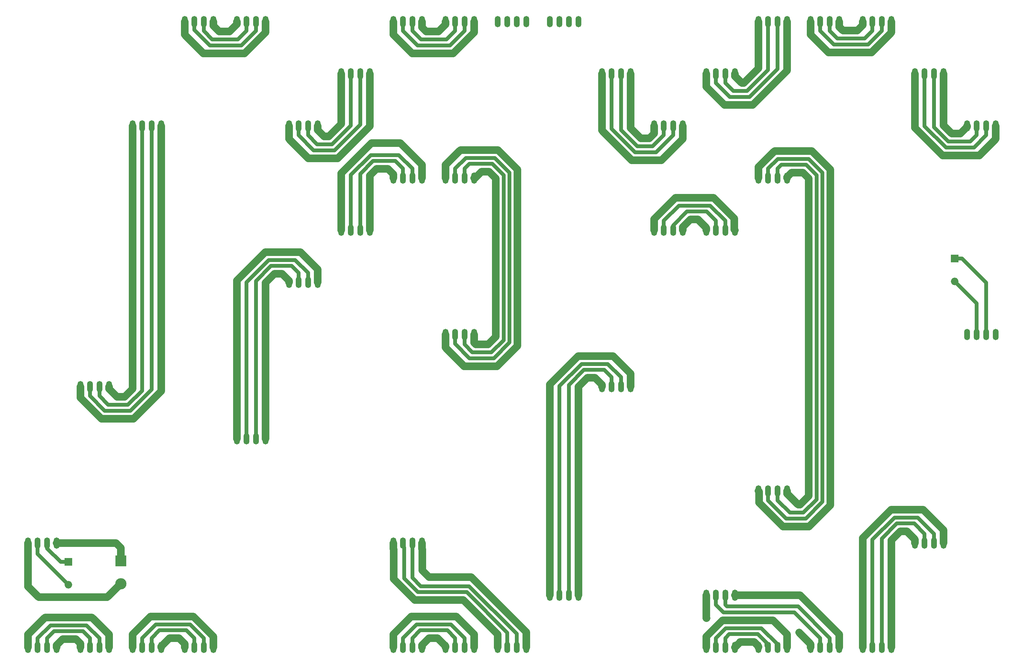
<source format=gbr>
G04 #@! TF.FileFunction,Copper,L2,Bot,Signal*
%FSLAX46Y46*%
G04 Gerber Fmt 4.6, Leading zero omitted, Abs format (unit mm)*
G04 Created by KiCad (PCBNEW 4.0.6) date Mon Jul 10 19:19:38 2017*
%MOMM*%
%LPD*%
G01*
G04 APERTURE LIST*
%ADD10C,0.100000*%
%ADD11O,1.524000X3.000000*%
%ADD12R,2.000000X2.000000*%
%ADD13O,2.000000X2.000000*%
%ADD14R,3.000000X3.000000*%
%ADD15O,3.000000X3.000000*%
%ADD16C,0.600000*%
%ADD17C,2.000000*%
%ADD18C,1.000000*%
G04 APERTURE END LIST*
D10*
D11*
X27918700Y-158820400D03*
X25378700Y-158820400D03*
X22838700Y-158820400D03*
X20298700Y-158820400D03*
X27918700Y-186598200D03*
X25378700Y-186598200D03*
X22838700Y-186598200D03*
X20298700Y-186598200D03*
X34187600Y-186598200D03*
X36727600Y-186598200D03*
X39267600Y-186598200D03*
X41807600Y-186598200D03*
X34187600Y-117153800D03*
X36727600Y-117153800D03*
X39267600Y-117153800D03*
X41807600Y-117153800D03*
X55696400Y-47709400D03*
X53156400Y-47709400D03*
X50616400Y-47709400D03*
X48076400Y-47709400D03*
X55696400Y-186598200D03*
X53156400Y-186598200D03*
X50616400Y-186598200D03*
X48076400Y-186598200D03*
X61965300Y-186598200D03*
X64505300Y-186598200D03*
X67045300Y-186598200D03*
X69585300Y-186598200D03*
X61965300Y-19931600D03*
X64505300Y-19931600D03*
X67045300Y-19931600D03*
X69585300Y-19931600D03*
X83474200Y-19931500D03*
X80934200Y-19931500D03*
X78394200Y-19931500D03*
X75854200Y-19931500D03*
X83474200Y-131042700D03*
X80934200Y-131042700D03*
X78394200Y-131042700D03*
X75854200Y-131042700D03*
X89743100Y-89376000D03*
X92283100Y-89376000D03*
X94823100Y-89376000D03*
X97363100Y-89376000D03*
X89743100Y-47709400D03*
X92283100Y-47709400D03*
X94823100Y-47709400D03*
X97363100Y-47709400D03*
X111252000Y-33820500D03*
X108712000Y-33820500D03*
X106172000Y-33820500D03*
X103632000Y-33820500D03*
X111252000Y-75487100D03*
X108712000Y-75487100D03*
X106172000Y-75487100D03*
X103632000Y-75487100D03*
X117520900Y-61598200D03*
X120060900Y-61598200D03*
X122600900Y-61598200D03*
X125140900Y-61598200D03*
X117520900Y-19931600D03*
X120060900Y-19931600D03*
X122600900Y-19931600D03*
X125140900Y-19931600D03*
X117520900Y-186598200D03*
X120060900Y-186598200D03*
X122600900Y-186598200D03*
X125140900Y-186598200D03*
X117520900Y-158820400D03*
X120060900Y-158820400D03*
X122600900Y-158820400D03*
X125140900Y-158820400D03*
X139029800Y-19931600D03*
X136489800Y-19931600D03*
X133949800Y-19931600D03*
X131409800Y-19931600D03*
X139029800Y-61598200D03*
X136489800Y-61598200D03*
X133949800Y-61598200D03*
X131409800Y-61598200D03*
X139029800Y-103264900D03*
X136489800Y-103264900D03*
X133949800Y-103264900D03*
X131409800Y-103264900D03*
X139029800Y-186598300D03*
X136489800Y-186598300D03*
X133949800Y-186598300D03*
X131409800Y-186598300D03*
X145298700Y-186598200D03*
X147838700Y-186598200D03*
X150378700Y-186598200D03*
X152918700Y-186598200D03*
X145298700Y-19931600D03*
X147838700Y-19931600D03*
X150378700Y-19931600D03*
X152918700Y-19931600D03*
X166807600Y-19931500D03*
X164267600Y-19931500D03*
X161727600Y-19931500D03*
X159187600Y-19931500D03*
X166807600Y-172709300D03*
X164267600Y-172709300D03*
X161727600Y-172709300D03*
X159187600Y-172709300D03*
X173076400Y-117153800D03*
X175616400Y-117153800D03*
X178156400Y-117153800D03*
X180696400Y-117153800D03*
X173076400Y-33820400D03*
X175616400Y-33820400D03*
X178156400Y-33820400D03*
X180696400Y-33820400D03*
X194585300Y-47709300D03*
X192045300Y-47709300D03*
X189505300Y-47709300D03*
X186965300Y-47709300D03*
X194585300Y-75487100D03*
X192045300Y-75487100D03*
X189505300Y-75487100D03*
X186965300Y-75487100D03*
X200854200Y-75487100D03*
X203394200Y-75487100D03*
X205934200Y-75487100D03*
X208474200Y-75487100D03*
X200854200Y-33820500D03*
X203394200Y-33820500D03*
X205934200Y-33820500D03*
X208474200Y-33820500D03*
X200854200Y-186598200D03*
X203394200Y-186598200D03*
X205934200Y-186598200D03*
X208474200Y-186598200D03*
X200854200Y-172709400D03*
X203394200Y-172709400D03*
X205934200Y-172709400D03*
X208474200Y-172709400D03*
X222363100Y-19931600D03*
X219823100Y-19931600D03*
X217283100Y-19931600D03*
X214743100Y-19931600D03*
X222363100Y-61598200D03*
X219823100Y-61598200D03*
X217283100Y-61598200D03*
X214743100Y-61598200D03*
X222363100Y-144931600D03*
X219823100Y-144931600D03*
X217283100Y-144931600D03*
X214743100Y-144931600D03*
X222363100Y-186598200D03*
X219823100Y-186598200D03*
X217283100Y-186598200D03*
X214743100Y-186598200D03*
X228632000Y-186598200D03*
X231172000Y-186598200D03*
X233712000Y-186598200D03*
X236252000Y-186598200D03*
X228632000Y-19931600D03*
X231172000Y-19931600D03*
X233712000Y-19931600D03*
X236252000Y-19931600D03*
X250140900Y-19931600D03*
X247600900Y-19931600D03*
X245060900Y-19931600D03*
X242520900Y-19931600D03*
X250140900Y-186598200D03*
X247600900Y-186598200D03*
X245060900Y-186598200D03*
X242520900Y-186598200D03*
X256409800Y-158820400D03*
X258949800Y-158820400D03*
X261489800Y-158820400D03*
X264029800Y-158820400D03*
X256409800Y-33820400D03*
X258949800Y-33820400D03*
X261489800Y-33820400D03*
X264029800Y-33820400D03*
X277918700Y-47709300D03*
X275378700Y-47709300D03*
X272838700Y-47709300D03*
X270298700Y-47709300D03*
X277918700Y-103264900D03*
X275378700Y-103264900D03*
X272838700Y-103264900D03*
X270298700Y-103264900D03*
D12*
X266954000Y-83058000D03*
D13*
X266954000Y-89090000D03*
D12*
X30988000Y-163830000D03*
D13*
X30988000Y-169862000D03*
D14*
X44958000Y-163576000D03*
D15*
X44958000Y-169608000D03*
D16*
X225552000Y-182626000D03*
X200914000Y-178816000D03*
D17*
X23114000Y-173228000D02*
X41338000Y-173228000D01*
X41338000Y-173228000D02*
X44958000Y-169608000D01*
X20298700Y-158820400D02*
X20298700Y-170412700D01*
X20298700Y-170412700D02*
X23114000Y-173228000D01*
X27918700Y-158820400D02*
X43702400Y-158820400D01*
X44958000Y-160076000D02*
X44958000Y-163576000D01*
X43702400Y-158820400D02*
X44958000Y-160076000D01*
X33020000Y-184404000D02*
X34187600Y-185571600D01*
X34187600Y-185571600D02*
X34187600Y-186598200D01*
X29464000Y-184404000D02*
X33020000Y-184404000D01*
X27918700Y-185949300D02*
X29464000Y-184404000D01*
X27918700Y-186598200D02*
X27918700Y-185949300D01*
D18*
X25378700Y-186598200D02*
X25378700Y-184098200D01*
X25378700Y-184098200D02*
X27172910Y-182303990D01*
X27172910Y-182303990D02*
X34933390Y-182303990D01*
X34933390Y-182303990D02*
X36727600Y-184098200D01*
X36727600Y-184098200D02*
X36727600Y-186598200D01*
X39267600Y-186598200D02*
X39267600Y-184098200D01*
X26232920Y-180703980D02*
X22838700Y-184098200D01*
X39267600Y-184098200D02*
X35873380Y-180703980D01*
X35873380Y-180703980D02*
X26232920Y-180703980D01*
X22838700Y-184098200D02*
X22838700Y-186598200D01*
D17*
X20298700Y-186598200D02*
X20298700Y-183098200D01*
X20298700Y-183098200D02*
X24792929Y-178603971D01*
X24792929Y-178603971D02*
X37313371Y-178603971D01*
X37313371Y-178603971D02*
X41807600Y-183098200D01*
X41807600Y-183098200D02*
X41807600Y-186598200D01*
X34187600Y-117153800D02*
X34187600Y-120083662D01*
X39791966Y-125688028D02*
X48376450Y-125688027D01*
X34187600Y-120083662D02*
X39791966Y-125688028D01*
X48376450Y-125688027D02*
X55696400Y-118368077D01*
X55696400Y-118368077D02*
X55696400Y-51209400D01*
X55696400Y-51209400D02*
X55696400Y-47709400D01*
D18*
X53156400Y-47709400D02*
X53156400Y-117938216D01*
X53156400Y-117938216D02*
X47506597Y-123588018D01*
X47506597Y-123588018D02*
X40661818Y-123588018D01*
X40661818Y-123588018D02*
X36727600Y-119653800D01*
X36727600Y-119653800D02*
X36727600Y-117153800D01*
X39267600Y-117153800D02*
X39267600Y-119653800D01*
X50616400Y-50209400D02*
X50616400Y-47709400D01*
X39267600Y-119653800D02*
X41601810Y-121988010D01*
X41601810Y-121988010D02*
X46843853Y-121988009D01*
X50616400Y-118215462D02*
X50616400Y-50209400D01*
X46843853Y-121988009D02*
X50616400Y-118215462D01*
D17*
X45974000Y-119888000D02*
X48076400Y-117785600D01*
X48076400Y-117785600D02*
X48076400Y-47709400D01*
X43942000Y-119888000D02*
X45974000Y-119888000D01*
X41807600Y-117753600D02*
X43942000Y-119888000D01*
X41807600Y-117153800D02*
X41807600Y-117753600D01*
X60452000Y-184150000D02*
X61965300Y-185663300D01*
X61965300Y-185663300D02*
X61965300Y-186598200D01*
X57912000Y-184150000D02*
X60452000Y-184150000D01*
X55696400Y-186365600D02*
X57912000Y-184150000D01*
X55696400Y-186598200D02*
X55696400Y-186365600D01*
D18*
X64505300Y-186598200D02*
X64505300Y-184098200D01*
X64505300Y-184098200D02*
X62457090Y-182049990D01*
X62457090Y-182049990D02*
X55204610Y-182049990D01*
X55204610Y-182049990D02*
X53156400Y-184098200D01*
X53156400Y-184098200D02*
X53156400Y-186598200D01*
X50616400Y-186598200D02*
X50616400Y-184098200D01*
X50616400Y-184098200D02*
X54264620Y-180449980D01*
X54264620Y-180449980D02*
X63397080Y-180449980D01*
X63397080Y-180449980D02*
X67045300Y-184098200D01*
X67045300Y-184098200D02*
X67045300Y-186598200D01*
D17*
X69585300Y-186598200D02*
X69585300Y-183668338D01*
X69585300Y-183668338D02*
X64266933Y-178349971D01*
X64266933Y-178349971D02*
X52824629Y-178349971D01*
X52824629Y-178349971D02*
X48076400Y-183098200D01*
X48076400Y-183098200D02*
X48076400Y-186598200D01*
X83474200Y-19931500D02*
X83474200Y-22861362D01*
X83474200Y-22861362D02*
X77929533Y-28406029D01*
X77929533Y-28406029D02*
X66939729Y-28406029D01*
X66939729Y-28406029D02*
X61965300Y-23431600D01*
X61965300Y-23431600D02*
X61965300Y-19931600D01*
D18*
X64505300Y-19931600D02*
X64505300Y-22154355D01*
X64505300Y-22154355D02*
X68656965Y-26306020D01*
X68656965Y-26306020D02*
X77059680Y-26306020D01*
X77059680Y-26306020D02*
X80934200Y-22431500D01*
X80934200Y-22431500D02*
X80934200Y-19931500D01*
X78394200Y-19931500D02*
X78394200Y-22431500D01*
X78394200Y-22431500D02*
X76119690Y-24706010D01*
X76119690Y-24706010D02*
X69319710Y-24706010D01*
X69319710Y-24706010D02*
X67045300Y-22431600D01*
X67045300Y-22431600D02*
X67045300Y-19931600D01*
D17*
X73914000Y-22606000D02*
X75854200Y-20665800D01*
X75854200Y-20665800D02*
X75854200Y-19931500D01*
X71120000Y-22606000D02*
X73914000Y-22606000D01*
X69585300Y-21071300D02*
X71120000Y-22606000D01*
X69585300Y-19931600D02*
X69585300Y-21071300D01*
X85852000Y-87122000D02*
X83474200Y-89499800D01*
X83474200Y-89499800D02*
X83474200Y-131042700D01*
X87884000Y-87122000D02*
X85852000Y-87122000D01*
X89743100Y-88981100D02*
X87884000Y-87122000D01*
X89743100Y-89376000D02*
X89743100Y-88981100D01*
D18*
X80934200Y-131042700D02*
X80934200Y-89069938D01*
X80934200Y-89069938D02*
X84982148Y-85021990D01*
X84982148Y-85021990D02*
X90429090Y-85021990D01*
X90429090Y-85021990D02*
X92283100Y-86876000D01*
X92283100Y-86876000D02*
X92283100Y-89376000D01*
X94823100Y-89376000D02*
X94823100Y-86876000D01*
X94823100Y-86876000D02*
X91369080Y-83421980D01*
X78394200Y-128542700D02*
X78394200Y-131042700D01*
X91369080Y-83421980D02*
X84319403Y-83421980D01*
X84319403Y-83421980D02*
X78394200Y-89347183D01*
X78394200Y-89347183D02*
X78394200Y-128542700D01*
D17*
X75854200Y-131042700D02*
X75854200Y-88917321D01*
X75854200Y-88917321D02*
X83449550Y-81321971D01*
X83449550Y-81321971D02*
X92809071Y-81321971D01*
X97363100Y-85876000D02*
X97363100Y-89376000D01*
X92809071Y-81321971D02*
X97363100Y-85876000D01*
X111252000Y-33820500D02*
X111252000Y-47826479D01*
X111252000Y-47826479D02*
X102732450Y-56346029D01*
X102732450Y-56346029D02*
X94879729Y-56346029D01*
X94879729Y-56346029D02*
X89743100Y-51209400D01*
X89743100Y-51209400D02*
X89743100Y-47709400D01*
D18*
X92283100Y-47709400D02*
X92283100Y-50209400D01*
X96319720Y-54246020D02*
X101862597Y-54246020D01*
X92283100Y-50209400D02*
X96319720Y-54246020D01*
X101862597Y-54246020D02*
X108712000Y-47396617D01*
X108712000Y-47396617D02*
X108712000Y-36320500D01*
X108712000Y-36320500D02*
X108712000Y-33820500D01*
X106172000Y-33820500D02*
X106172000Y-47673862D01*
X97259710Y-52646010D02*
X94823100Y-50209400D01*
X106172000Y-47673862D02*
X101199852Y-52646010D01*
X94823100Y-50209400D02*
X94823100Y-47709400D01*
X101199852Y-52646010D02*
X97259710Y-52646010D01*
D17*
X100330000Y-50546000D02*
X103632000Y-47244000D01*
X103632000Y-47244000D02*
X103632000Y-33820500D01*
X99060000Y-50546000D02*
X100330000Y-50546000D01*
X97363100Y-48849100D02*
X99060000Y-50546000D01*
X97363100Y-47709400D02*
X97363100Y-48849100D01*
X116078000Y-59182000D02*
X117520900Y-60624900D01*
X117520900Y-60624900D02*
X117520900Y-61598200D01*
X113030000Y-59182000D02*
X116078000Y-59182000D01*
X111252000Y-60960000D02*
X113030000Y-59182000D01*
X111252000Y-75487100D02*
X111252000Y-60960000D01*
D18*
X120060900Y-61598200D02*
X120060900Y-59098200D01*
X118044690Y-57081990D02*
X112160147Y-57081991D01*
X112160147Y-57081991D02*
X108712000Y-60530138D01*
X120060900Y-59098200D02*
X118044690Y-57081990D01*
X108712000Y-60530138D02*
X108712000Y-72987100D01*
X108712000Y-72987100D02*
X108712000Y-75487100D01*
X106172000Y-75487100D02*
X106172000Y-60807384D01*
X106172000Y-60807384D02*
X111497403Y-55481982D01*
X118984682Y-55481982D02*
X122600900Y-59098200D01*
X111497403Y-55481982D02*
X118984682Y-55481982D01*
X122600900Y-59098200D02*
X122600900Y-61598200D01*
D17*
X125140900Y-61598200D02*
X125140900Y-58098200D01*
X125140900Y-58098200D02*
X119366700Y-52324000D01*
X119366700Y-52324000D02*
X111685522Y-52324000D01*
X111685522Y-52324000D02*
X103632000Y-60377522D01*
X103632000Y-60377522D02*
X103632000Y-71987100D01*
X103632000Y-71987100D02*
X103632000Y-75487100D01*
X139029800Y-19931600D02*
X139029800Y-22861462D01*
X139029800Y-22861462D02*
X133485233Y-28406029D01*
X133485233Y-28406029D02*
X122495329Y-28406029D01*
X122495329Y-28406029D02*
X117520900Y-23431600D01*
X117520900Y-23431600D02*
X117520900Y-19931600D01*
D18*
X120060900Y-19931600D02*
X120060900Y-22431600D01*
X120060900Y-22431600D02*
X123935320Y-26306020D01*
X123935320Y-26306020D02*
X132615380Y-26306020D01*
X132615380Y-26306020D02*
X136489800Y-22431600D01*
X136489800Y-22431600D02*
X136489800Y-19931600D01*
X133949800Y-19931600D02*
X133949800Y-22431600D01*
X133949800Y-22431600D02*
X131675390Y-24706010D01*
X131675390Y-24706010D02*
X124875310Y-24706010D01*
X124875310Y-24706010D02*
X122600900Y-22431600D01*
X122600900Y-22431600D02*
X122600900Y-19931600D01*
D17*
X129540000Y-22606000D02*
X131409800Y-20736200D01*
X131409800Y-20736200D02*
X131409800Y-19931600D01*
X126238000Y-22606000D02*
X129540000Y-22606000D01*
X125140900Y-21508900D02*
X126238000Y-22606000D01*
X125140900Y-19931600D02*
X125140900Y-21508900D01*
X139029800Y-186598300D02*
X139029800Y-183098300D01*
X117520900Y-183098200D02*
X117520900Y-186598200D01*
X139029800Y-183098300D02*
X134281471Y-178349971D01*
X134281471Y-178349971D02*
X122269129Y-178349971D01*
X122269129Y-178349971D02*
X117520900Y-183098200D01*
D18*
X120060900Y-186598200D02*
X120060900Y-184098200D01*
X120060900Y-184098200D02*
X123709120Y-180449980D01*
X123709120Y-180449980D02*
X132841480Y-180449980D01*
X132841480Y-180449980D02*
X136489800Y-184098300D01*
X136489800Y-184098300D02*
X136489800Y-186598300D01*
X122600900Y-186598200D02*
X122600900Y-184098200D01*
X122600900Y-184098200D02*
X124649110Y-182049990D01*
X124649110Y-182049990D02*
X131901490Y-182049990D01*
X131901490Y-182049990D02*
X133949800Y-184098300D01*
X133949800Y-184098300D02*
X133949800Y-186598300D01*
D17*
X127000000Y-184150000D02*
X125140900Y-186009100D01*
X125140900Y-186009100D02*
X125140900Y-186598200D01*
X129286000Y-184150000D02*
X127000000Y-184150000D01*
X131409800Y-186273800D02*
X129286000Y-184150000D01*
X131409800Y-186598300D02*
X131409800Y-186273800D01*
X123190000Y-173990000D02*
X136190500Y-173990000D01*
X136190500Y-173990000D02*
X145298700Y-183098200D01*
X145298700Y-183098200D02*
X145298700Y-186598200D01*
X117602000Y-168402000D02*
X123190000Y-173990000D01*
X117602000Y-160439886D02*
X117602000Y-168402000D01*
X117520900Y-158820400D02*
X117520900Y-160358786D01*
X117520900Y-160358786D02*
X117602000Y-160439886D01*
D18*
X120396000Y-168226138D02*
X124059852Y-171889990D01*
X124059852Y-171889990D02*
X137060353Y-171889991D01*
X137060353Y-171889991D02*
X147838700Y-182668338D01*
X147838700Y-182668338D02*
X147838700Y-184098200D01*
X147838700Y-184098200D02*
X147838700Y-186598200D01*
X120060900Y-158820400D02*
X120060900Y-159651679D01*
X120060900Y-159651679D02*
X120396000Y-159986779D01*
X120396000Y-159986779D02*
X120396000Y-168226138D01*
X122600900Y-168066900D02*
X124823981Y-170289981D01*
X150378700Y-184098200D02*
X150378700Y-186598200D01*
X124823981Y-170289981D02*
X137723099Y-170289983D01*
X150378700Y-182945584D02*
X150378700Y-184098200D01*
X137723099Y-170289983D02*
X150378700Y-182945584D01*
X122600900Y-158820400D02*
X122600900Y-168066900D01*
D17*
X127000000Y-167894000D02*
X138296978Y-167894000D01*
X138296978Y-167894000D02*
X152918700Y-182515722D01*
X152918700Y-182515722D02*
X152918700Y-183098200D01*
X152918700Y-183098200D02*
X152918700Y-186598200D01*
X125222000Y-160439886D02*
X125222000Y-166116000D01*
X125222000Y-166116000D02*
X127000000Y-167894000D01*
X125140900Y-158820400D02*
X125140900Y-160358786D01*
X125140900Y-160358786D02*
X125222000Y-160439886D01*
X139446000Y-105918000D02*
X139029800Y-105501800D01*
X139029800Y-105501800D02*
X139029800Y-103264900D01*
X142748000Y-105918000D02*
X139446000Y-105918000D01*
X144780000Y-103886000D02*
X142748000Y-105918000D01*
X144780000Y-61722000D02*
X144780000Y-103886000D01*
X143002000Y-59944000D02*
X144780000Y-61722000D01*
X140970000Y-59944000D02*
X143002000Y-59944000D01*
X139315800Y-61598200D02*
X140970000Y-59944000D01*
X139029800Y-61598200D02*
X139315800Y-61598200D01*
D18*
X136489800Y-61598200D02*
X136489800Y-59098200D01*
X143871853Y-57843991D02*
X146880010Y-60852148D01*
X136489800Y-59098200D02*
X137744010Y-57843990D01*
X137744010Y-57843990D02*
X143871853Y-57843991D01*
X146880010Y-60852148D02*
X146880009Y-104755853D01*
X136489800Y-105931662D02*
X136489800Y-105764900D01*
X146880009Y-104755853D02*
X143617852Y-108018010D01*
X138576147Y-108018009D02*
X136489800Y-105931662D01*
X143617852Y-108018010D02*
X138576147Y-108018009D01*
X136489800Y-105764900D02*
X136489800Y-103264900D01*
X133949800Y-103264900D02*
X133949800Y-105764900D01*
X133949800Y-105764900D02*
X137802919Y-109618019D01*
X148480018Y-60189402D02*
X144534597Y-56243982D01*
X137802919Y-109618019D02*
X144280598Y-109618018D01*
X144280598Y-109618018D02*
X148480018Y-105418597D01*
X148480018Y-105418597D02*
X148480018Y-60189402D01*
X144534597Y-56243982D02*
X136804018Y-56243982D01*
X136804018Y-56243982D02*
X133949800Y-59098200D01*
X133949800Y-59098200D02*
X133949800Y-61598200D01*
D17*
X131409800Y-61598200D02*
X131409800Y-58098200D01*
X131409800Y-58098200D02*
X135364027Y-54143973D01*
X135364027Y-54143973D02*
X145404450Y-54143973D01*
X145404450Y-54143973D02*
X150580028Y-59319550D01*
X150580028Y-59319550D02*
X150580027Y-106288450D01*
X131409800Y-106764900D02*
X131409800Y-103264900D01*
X150580027Y-106288450D02*
X145150447Y-111718028D01*
X145150447Y-111718028D02*
X136362928Y-111718028D01*
X136362928Y-111718028D02*
X131409800Y-106764900D01*
X169164000Y-114808000D02*
X166807600Y-117164400D01*
X166807600Y-117164400D02*
X166807600Y-172709300D01*
X171196000Y-114808000D02*
X169164000Y-114808000D01*
X173076400Y-116688400D02*
X171196000Y-114808000D01*
X173076400Y-117153800D02*
X173076400Y-116688400D01*
D18*
X164267600Y-172709300D02*
X164267600Y-116734538D01*
X164267600Y-116734538D02*
X168294148Y-112707990D01*
X175616400Y-114653800D02*
X175616400Y-117153800D01*
X168294148Y-112707990D02*
X173670590Y-112707990D01*
X173670590Y-112707990D02*
X175616400Y-114653800D01*
X178156400Y-117153800D02*
X178156400Y-114653800D01*
X178156400Y-114653800D02*
X174610580Y-111107980D01*
X174610580Y-111107980D02*
X167631403Y-111107980D01*
X167631403Y-111107980D02*
X161727600Y-117011783D01*
X161727600Y-117011783D02*
X161727600Y-170209300D01*
X161727600Y-170209300D02*
X161727600Y-172709300D01*
D17*
X159187600Y-172709300D02*
X159187600Y-116581921D01*
X159187600Y-116581921D02*
X166761550Y-109007971D01*
X166761550Y-109007971D02*
X176050571Y-109007971D01*
X176050571Y-109007971D02*
X180696400Y-113653800D01*
X180696400Y-113653800D02*
X180696400Y-117153800D01*
X173076400Y-33820400D02*
X173076400Y-48944879D01*
X173076400Y-48944879D02*
X180985549Y-56854028D01*
X180985549Y-56854028D02*
X188940572Y-56854028D01*
X188940572Y-56854028D02*
X194585300Y-51209300D01*
X194585300Y-51209300D02*
X194585300Y-47709300D01*
D18*
X192045300Y-47709300D02*
X192045300Y-50209300D01*
X192045300Y-50209300D02*
X187500581Y-54754019D01*
X175616400Y-36320400D02*
X175616400Y-33820400D01*
X187500581Y-54754019D02*
X181855402Y-54754019D01*
X181855402Y-54754019D02*
X175616400Y-48515017D01*
X175616400Y-48515017D02*
X175616400Y-36320400D01*
X178156400Y-33820400D02*
X178156400Y-48792262D01*
X178156400Y-48792262D02*
X182518147Y-53154009D01*
X182518147Y-53154009D02*
X186560591Y-53154009D01*
X186560591Y-53154009D02*
X189505300Y-50209300D01*
X189505300Y-50209300D02*
X189505300Y-47709300D01*
D17*
X183388000Y-51054000D02*
X180696400Y-48362400D01*
X180696400Y-48362400D02*
X180696400Y-33820400D01*
X185674000Y-51054000D02*
X183388000Y-51054000D01*
X186965300Y-49762700D02*
X185674000Y-51054000D01*
X186965300Y-47709300D02*
X186965300Y-49762700D01*
X198628000Y-72644000D02*
X200854200Y-74870200D01*
X200854200Y-74870200D02*
X200854200Y-75487100D01*
X196596000Y-72644000D02*
X198628000Y-72644000D01*
X194585300Y-74654700D02*
X196596000Y-72644000D01*
X194585300Y-75487100D02*
X194585300Y-74654700D01*
D18*
X192045300Y-75487100D02*
X192045300Y-74224838D01*
X192045300Y-74224838D02*
X195726148Y-70543990D01*
X195726148Y-70543990D02*
X200951090Y-70543990D01*
X200951090Y-70543990D02*
X203394200Y-72987100D01*
X203394200Y-72987100D02*
X203394200Y-75487100D01*
X205934200Y-75487100D02*
X205934200Y-72987100D01*
X205934200Y-72987100D02*
X201891080Y-68943980D01*
X201891080Y-68943980D02*
X193548420Y-68943980D01*
X193548420Y-68943980D02*
X189505300Y-72987100D01*
X189505300Y-72987100D02*
X189505300Y-75487100D01*
D17*
X186965300Y-75487100D02*
X186965300Y-72557238D01*
X186965300Y-72557238D02*
X192678568Y-66843970D01*
X192678568Y-66843970D02*
X202760933Y-66843971D01*
X208296210Y-72379248D02*
X208296210Y-75309110D01*
X202760933Y-66843971D02*
X208296210Y-72379248D01*
X208296210Y-75309110D02*
X208474200Y-75487100D01*
X222363100Y-19931600D02*
X222363100Y-32981379D01*
X222363100Y-32981379D02*
X213222450Y-42122029D01*
X205655729Y-42122029D02*
X200854200Y-37320500D01*
X213222450Y-42122029D02*
X205655729Y-42122029D01*
X200854200Y-37320500D02*
X200854200Y-33820500D01*
D18*
X203394200Y-33820500D02*
X203394200Y-36320500D01*
X212352597Y-40022020D02*
X219823100Y-32551517D01*
X203394200Y-36320500D02*
X207095720Y-40022020D01*
X207095720Y-40022020D02*
X212352597Y-40022020D01*
X219823100Y-32551517D02*
X219823100Y-22431600D01*
X219823100Y-22431600D02*
X219823100Y-19931600D01*
X217283100Y-19931600D02*
X217283100Y-32828762D01*
X217283100Y-32828762D02*
X211689852Y-38422010D01*
X211689852Y-38422010D02*
X208035710Y-38422010D01*
X208035710Y-38422010D02*
X205934200Y-36320500D01*
X205934200Y-36320500D02*
X205934200Y-33820500D01*
D17*
X210820000Y-36322000D02*
X214743100Y-32398900D01*
X214743100Y-32398900D02*
X214743100Y-19931600D01*
X210312000Y-36322000D02*
X210820000Y-36322000D01*
X208474200Y-34484200D02*
X210312000Y-36322000D01*
X208474200Y-33820500D02*
X208474200Y-34484200D01*
X200854200Y-186598200D02*
X200854200Y-183668338D01*
X218630871Y-179365971D02*
X222363100Y-183098200D01*
X200854200Y-183668338D02*
X205156567Y-179365971D01*
X205156567Y-179365971D02*
X218630871Y-179365971D01*
X222363100Y-183098200D02*
X222363100Y-186598200D01*
D18*
X219823100Y-186598200D02*
X219823100Y-185766921D01*
X215522159Y-181465980D02*
X206026420Y-181465980D01*
X219823100Y-185766921D02*
X215522159Y-181465980D01*
X206026420Y-181465980D02*
X203394200Y-184098200D01*
X203394200Y-184098200D02*
X203394200Y-186598200D01*
X205934200Y-186598200D02*
X205934200Y-184098200D01*
X216843109Y-186158209D02*
X217283100Y-186598200D01*
X205934200Y-184098200D02*
X206966410Y-183065990D01*
X206966410Y-183065990D02*
X214582169Y-183065990D01*
X214582169Y-183065990D02*
X216843109Y-185326930D01*
X216843109Y-185326930D02*
X216843109Y-186158209D01*
D17*
X214743100Y-186598200D02*
X214743100Y-186295100D01*
X214743100Y-186295100D02*
X213614000Y-185166000D01*
X213614000Y-185166000D02*
X209804000Y-185166000D01*
X209804000Y-185166000D02*
X209804000Y-185268400D01*
X209804000Y-185268400D02*
X208474200Y-186598200D01*
X225552000Y-182626000D02*
X228632000Y-185706000D01*
X228632000Y-185706000D02*
X228632000Y-186598200D01*
X200854200Y-172709400D02*
X200854200Y-178756200D01*
X200854200Y-178756200D02*
X200914000Y-178816000D01*
D18*
X203394200Y-172709400D02*
X203394200Y-175209400D01*
X203394200Y-175209400D02*
X205450761Y-177265961D01*
X205450761Y-177265961D02*
X224339761Y-177265961D01*
X224339761Y-177265961D02*
X231172000Y-184098200D01*
X231172000Y-184098200D02*
X231172000Y-186598200D01*
X205934200Y-172709400D02*
X205934200Y-175209400D01*
X205934200Y-175209400D02*
X206390751Y-175665951D01*
X233712000Y-184098200D02*
X233712000Y-186598200D01*
X206390751Y-175665951D02*
X225279751Y-175665951D01*
X225279751Y-175665951D02*
X233712000Y-184098200D01*
D17*
X208474200Y-172709400D02*
X225863200Y-172709400D01*
X225863200Y-172709400D02*
X236252000Y-183098200D01*
X236252000Y-183098200D02*
X236252000Y-186598200D01*
X225806000Y-148590000D02*
X225283500Y-148590000D01*
X225283500Y-148590000D02*
X222363100Y-145669600D01*
X222363100Y-145669600D02*
X222363100Y-144931600D01*
X228092000Y-146304000D02*
X225806000Y-148590000D01*
X228092000Y-61722000D02*
X228092000Y-146304000D01*
X226568000Y-60198000D02*
X228092000Y-61722000D01*
X223520000Y-60198000D02*
X226568000Y-60198000D01*
X222363100Y-61354900D02*
X223520000Y-60198000D01*
X222363100Y-61598200D02*
X222363100Y-61354900D01*
D18*
X219823100Y-61598200D02*
X219823100Y-59098200D01*
X219823100Y-59098200D02*
X220823310Y-58097990D01*
X223081509Y-150690009D02*
X219823100Y-147431600D01*
X220823310Y-58097990D02*
X227437853Y-58097991D01*
X226675853Y-150690009D02*
X223081509Y-150690009D01*
X227437853Y-58097991D02*
X230192010Y-60852148D01*
X230192010Y-60852148D02*
X230192009Y-147173853D01*
X219823100Y-147431600D02*
X219823100Y-144931600D01*
X230192009Y-147173853D02*
X226675853Y-150690009D01*
X217283100Y-144931600D02*
X217283100Y-147431600D01*
X217283100Y-147431600D02*
X222141519Y-152290019D01*
X222141519Y-152290019D02*
X227338598Y-152290019D01*
X227338598Y-152290019D02*
X231792018Y-147836597D01*
X217283100Y-59098200D02*
X217283100Y-61598200D01*
X231792018Y-147836597D02*
X231792018Y-60189402D01*
X231792018Y-60189402D02*
X228100597Y-56497982D01*
X228100597Y-56497982D02*
X219883318Y-56497982D01*
X219883318Y-56497982D02*
X217283100Y-59098200D01*
D17*
X214743100Y-61598200D02*
X214743100Y-58668338D01*
X214743100Y-58668338D02*
X219013466Y-54397972D01*
X228970450Y-54397973D02*
X233892028Y-59319550D01*
X228208450Y-154390029D02*
X221271666Y-154390028D01*
X219013466Y-54397972D02*
X228970450Y-54397973D01*
X233892028Y-148706449D02*
X228208450Y-154390029D01*
X233892028Y-59319550D02*
X233892028Y-148706449D01*
X221271666Y-154390028D02*
X214921090Y-148039452D01*
X214921090Y-148039452D02*
X214921090Y-145109590D01*
X214921090Y-145109590D02*
X214743100Y-144931600D01*
X250140900Y-19931600D02*
X250140900Y-22861462D01*
X250140900Y-22861462D02*
X244850334Y-28152028D01*
X244850334Y-28152028D02*
X233352428Y-28152028D01*
X233352428Y-28152028D02*
X228632000Y-23431600D01*
X228632000Y-23431600D02*
X228632000Y-19931600D01*
D18*
X231172000Y-19931600D02*
X231172000Y-22431600D01*
X231172000Y-22431600D02*
X234792419Y-26052019D01*
X247600900Y-22431600D02*
X247600900Y-19931600D01*
X234792419Y-26052019D02*
X243980481Y-26052019D01*
X243980481Y-26052019D02*
X247600900Y-22431600D01*
X245060900Y-19931600D02*
X245060900Y-22431600D01*
X243040491Y-24452009D02*
X235732409Y-24452009D01*
X245060900Y-22431600D02*
X243040491Y-24452009D01*
X235732409Y-24452009D02*
X233712000Y-22431600D01*
X233712000Y-22431600D02*
X233712000Y-19931600D01*
D17*
X241046000Y-22352000D02*
X242520900Y-20877100D01*
X242520900Y-20877100D02*
X242520900Y-19931600D01*
X237236000Y-22352000D02*
X241046000Y-22352000D01*
X236252000Y-21368000D02*
X237236000Y-22352000D01*
X236252000Y-19931600D02*
X236252000Y-21368000D01*
X252476000Y-155702000D02*
X250140900Y-158037100D01*
X250140900Y-158037100D02*
X250140900Y-186598200D01*
X254254000Y-155702000D02*
X252476000Y-155702000D01*
X256409800Y-157857800D02*
X254254000Y-155702000D01*
X256409800Y-158820400D02*
X256409800Y-157857800D01*
D18*
X247600900Y-186598200D02*
X247600900Y-157607238D01*
X247600900Y-157607238D02*
X251606148Y-153601990D01*
X251606148Y-153601990D02*
X256231390Y-153601990D01*
X256231390Y-153601990D02*
X258949800Y-156320400D01*
X258949800Y-156320400D02*
X258949800Y-158820400D01*
X261489800Y-158820400D02*
X261489800Y-156320400D01*
X261489800Y-156320400D02*
X257171380Y-152001980D01*
X257171380Y-152001980D02*
X250943403Y-152001980D01*
X250943403Y-152001980D02*
X245060900Y-157884483D01*
X245060900Y-157884483D02*
X245060900Y-184098200D01*
X245060900Y-184098200D02*
X245060900Y-186598200D01*
D17*
X242520900Y-186598200D02*
X242520900Y-157454621D01*
X242520900Y-157454621D02*
X250073550Y-149901971D01*
X250073550Y-149901971D02*
X258611371Y-149901971D01*
X258611371Y-149901971D02*
X264029800Y-155320400D01*
X264029800Y-155320400D02*
X264029800Y-158820400D01*
X256409800Y-33820400D02*
X256409800Y-48204279D01*
X256409800Y-48204279D02*
X263789550Y-55584029D01*
X263789550Y-55584029D02*
X273543971Y-55584029D01*
X273543971Y-55584029D02*
X277918700Y-51209300D01*
X277918700Y-51209300D02*
X277918700Y-47709300D01*
D18*
X275378700Y-47709300D02*
X275378700Y-50209300D01*
X275378700Y-50209300D02*
X272103980Y-53484020D01*
X272103980Y-53484020D02*
X264659403Y-53484020D01*
X264659403Y-53484020D02*
X258949800Y-47774417D01*
X258949800Y-47774417D02*
X258949800Y-36320400D01*
X258949800Y-36320400D02*
X258949800Y-33820400D01*
X261489800Y-33820400D02*
X261489800Y-48051662D01*
X261489800Y-48051662D02*
X265322148Y-51884010D01*
X265322148Y-51884010D02*
X271163990Y-51884010D01*
X271163990Y-51884010D02*
X272838700Y-50209300D01*
X272838700Y-50209300D02*
X272838700Y-47709300D01*
D17*
X266192000Y-49784000D02*
X264029800Y-47621800D01*
X264029800Y-47621800D02*
X264029800Y-33820400D01*
X268478000Y-49784000D02*
X266192000Y-49784000D01*
X270298700Y-47963300D02*
X268478000Y-49784000D01*
X270298700Y-47709300D02*
X270298700Y-47963300D01*
D18*
X25378700Y-158820400D02*
X25378700Y-160220700D01*
X25378700Y-160220700D02*
X28988000Y-163830000D01*
X28988000Y-163830000D02*
X30988000Y-163830000D01*
X22838700Y-158820400D02*
X22838700Y-161712700D01*
X22838700Y-161712700D02*
X30988000Y-169862000D01*
X266954000Y-83058000D02*
X268954000Y-83058000D01*
X268954000Y-83058000D02*
X275378700Y-89482700D01*
X275378700Y-89482700D02*
X275378700Y-100764900D01*
X275378700Y-100764900D02*
X275378700Y-103264900D01*
X266954000Y-89090000D02*
X272838700Y-94974700D01*
X272838700Y-94974700D02*
X272838700Y-103264900D01*
M02*

</source>
